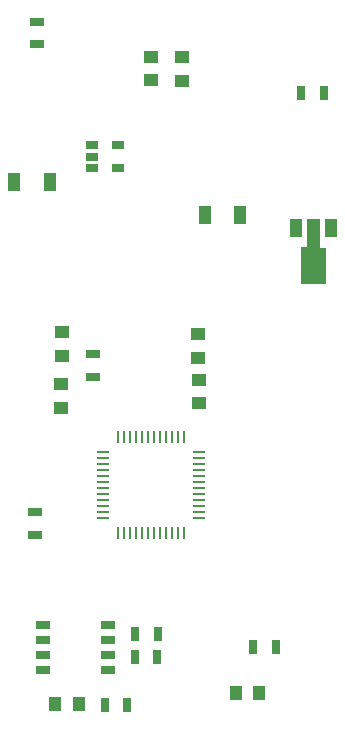
<source format=gbr>
G04 #@! TF.GenerationSoftware,KiCad,Pcbnew,5.1.6-c6e7f7d~87~ubuntu18.04.1*
G04 #@! TF.CreationDate,2021-04-09T16:44:34+05:30*
G04 #@! TF.ProjectId,Sensor_pcb_v4,53656e73-6f72-45f7-9063-625f76342e6b,rev?*
G04 #@! TF.SameCoordinates,Original*
G04 #@! TF.FileFunction,Paste,Bot*
G04 #@! TF.FilePolarity,Positive*
%FSLAX46Y46*%
G04 Gerber Fmt 4.6, Leading zero omitted, Abs format (unit mm)*
G04 Created by KiCad (PCBNEW 5.1.6-c6e7f7d~87~ubuntu18.04.1) date 2021-04-09 16:44:34*
%MOMM*%
%LPD*%
G01*
G04 APERTURE LIST*
%ADD10R,1.000000X1.500000*%
%ADD11C,0.100000*%
%ADD12R,1.000000X0.230000*%
%ADD13R,0.230000X1.000000*%
%ADD14R,1.300000X0.700000*%
%ADD15R,1.000000X1.600000*%
%ADD16R,1.000000X1.250000*%
%ADD17R,1.250000X1.000000*%
%ADD18R,0.700000X1.300000*%
%ADD19R,1.060000X0.650000*%
G04 APERTURE END LIST*
D10*
X50529400Y-37943700D03*
X53529400Y-37943700D03*
D11*
G36*
X51558949Y-37184620D02*
G01*
X51565211Y-37186266D01*
X51587513Y-37193700D01*
X52539400Y-37193700D01*
X52549155Y-37194661D01*
X52558534Y-37197506D01*
X52567179Y-37202127D01*
X52574755Y-37208345D01*
X52580973Y-37215921D01*
X52585594Y-37224566D01*
X52588439Y-37233945D01*
X52589400Y-37243700D01*
X52589400Y-39633700D01*
X53039400Y-39633700D01*
X53049155Y-39634661D01*
X53058534Y-39637506D01*
X53067179Y-39642127D01*
X53074755Y-39648345D01*
X53080973Y-39655921D01*
X53085594Y-39664566D01*
X53088439Y-39673945D01*
X53089400Y-39683531D01*
X53099400Y-42633531D01*
X53098472Y-42643288D01*
X53095659Y-42652677D01*
X53091067Y-42661337D01*
X53084875Y-42668935D01*
X53077319Y-42675179D01*
X53068691Y-42679829D01*
X53059321Y-42682706D01*
X53049400Y-42683700D01*
X52539400Y-42683700D01*
X52539400Y-42723700D01*
X51539400Y-42723700D01*
X51539400Y-42683700D01*
X50989400Y-42683700D01*
X50979645Y-42682739D01*
X50970266Y-42679894D01*
X50961621Y-42675273D01*
X50954045Y-42669055D01*
X50947827Y-42661479D01*
X50943206Y-42652834D01*
X50940361Y-42643455D01*
X50939400Y-42633700D01*
X50939400Y-39623700D01*
X50940361Y-39613945D01*
X50943206Y-39604566D01*
X50947827Y-39595921D01*
X50954045Y-39588345D01*
X50961621Y-39582127D01*
X50970266Y-39577506D01*
X50979645Y-39574661D01*
X50989400Y-39573700D01*
X51509190Y-39573700D01*
X51499400Y-37233909D01*
X51500320Y-37224151D01*
X51503126Y-37214759D01*
X51507711Y-37206096D01*
X51513897Y-37198493D01*
X51521448Y-37192243D01*
X51530073Y-37187586D01*
X51539440Y-37184702D01*
X51549191Y-37183700D01*
X51558949Y-37184620D01*
G37*
D12*
X42362100Y-57421800D03*
D13*
X41092100Y-63771800D03*
X40584100Y-63771800D03*
X40076100Y-63771800D03*
X39568100Y-63771800D03*
X39060100Y-63771800D03*
X38552100Y-63771800D03*
X38044100Y-63771800D03*
X37536100Y-63771800D03*
X37028100Y-63771800D03*
X36520100Y-63771800D03*
X36012100Y-63771800D03*
X35504100Y-63771800D03*
D12*
X34234100Y-62501800D03*
X34234100Y-61993800D03*
X34234100Y-60977800D03*
X34234100Y-60469800D03*
X34234100Y-59961800D03*
X34234100Y-59453800D03*
X34234100Y-58945800D03*
X34234100Y-58437800D03*
X34234100Y-57929800D03*
X34234100Y-57421800D03*
X34234100Y-56913800D03*
D13*
X36012100Y-55643800D03*
X36520100Y-55643800D03*
X37028100Y-55643800D03*
X37536100Y-55643800D03*
X38044100Y-55643800D03*
X38552100Y-55643800D03*
X39060100Y-55643800D03*
X39568100Y-55643800D03*
X40076100Y-55643800D03*
X40584100Y-55643800D03*
X41092100Y-55643800D03*
D12*
X42362100Y-56913800D03*
X42362100Y-57929800D03*
X42362100Y-58437800D03*
X42362100Y-58945800D03*
X42362100Y-59453800D03*
X42362100Y-59961800D03*
X42362100Y-60469800D03*
X42362100Y-60977800D03*
X42362100Y-61485800D03*
X42362100Y-61993800D03*
X42362100Y-62501800D03*
D13*
X35504100Y-55643800D03*
D12*
X34234100Y-61485800D03*
D14*
X28427700Y-63919100D03*
X28427700Y-62019100D03*
D15*
X29673700Y-34097000D03*
X26673700Y-34097000D03*
D16*
X47443900Y-77355700D03*
X45443900Y-77355700D03*
D17*
X42227500Y-48947600D03*
X42227500Y-46947600D03*
X42296100Y-50805800D03*
X42296100Y-52805800D03*
X30723800Y-46752000D03*
X30723800Y-48752000D03*
X30678100Y-51158900D03*
X30678100Y-53158900D03*
X38257500Y-25447500D03*
X38257500Y-23447500D03*
X40914300Y-25469600D03*
X40914300Y-23469600D03*
D18*
X46921400Y-73418700D03*
X48821400Y-73418700D03*
D14*
X33340000Y-50548600D03*
X33340000Y-48648600D03*
X28638500Y-20490100D03*
X28638500Y-22390100D03*
D18*
X52875200Y-26489700D03*
X50975200Y-26489700D03*
D19*
X33271300Y-32860000D03*
X33271300Y-31910000D03*
X33271300Y-30960000D03*
X35471300Y-30960000D03*
X35471300Y-32860000D03*
D15*
X42795100Y-36814800D03*
X45795100Y-36814800D03*
D16*
X32148000Y-78280300D03*
X30148000Y-78280300D03*
D14*
X34621900Y-74109600D03*
X34621900Y-75379600D03*
X34621900Y-72839600D03*
X34621900Y-71569600D03*
X29121900Y-74109600D03*
X29121900Y-75379600D03*
X29121900Y-72839600D03*
X29121900Y-71569600D03*
D18*
X36911200Y-74274700D03*
X38811200Y-74274700D03*
X38816300Y-72283300D03*
X36916300Y-72283300D03*
X36225500Y-78331100D03*
X34325500Y-78331100D03*
M02*

</source>
